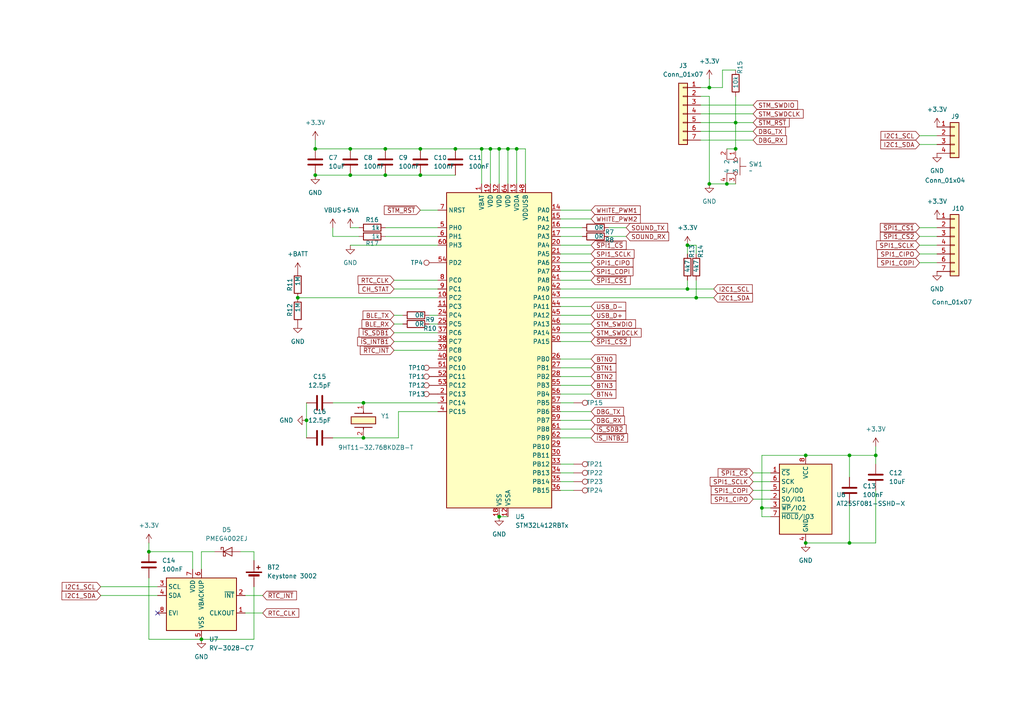
<source format=kicad_sch>
(kicad_sch (version 20250114) (generator "eeschema") (generator_version "9.0")
  (paper "A4")
  (lib_symbols
    (symbol "Connector:TestPoint" (pin_numbers (hide yes)) (pin_names (offset 0.762) (hide yes))
      (property "Reference" "TP" (at 0 6.858 0))
      (property "Value" "TestPoint" (at 0 5.08 0))
      (symbol "TestPoint_0_1"
        (circle (center 0 3.302) (radius 0.762))
      )
      (symbol "TestPoint_1_1"
        (pin passive line (at 0 0 90) (length 2.54) (name "1") (number "1"))
      )
    )
    (symbol "Connector_Generic:Conn_01x04" (pin_names (offset 1.016) (hide yes))
      (property "Reference" "J" (at 0 5.08 0))
      (property "Value" "Conn_01x04" (at 0 -7.62 0))
      (symbol "Conn_01x04_1_1"
        (rectangle (start -1.27 3.81) (end 1.27 -6.35) (stroke (width 0.254)) (fill (type background)))
        (rectangle (start -1.27 2.667) (end 0 2.413) (stroke (width 0.1524)))
        (rectangle (start -1.27 0.127) (end 0 -0.127) (stroke (width 0.1524)))
        (rectangle (start -1.27 -2.413) (end 0 -2.667) (stroke (width 0.1524)))
        (rectangle (start -1.27 -4.953) (end 0 -5.207) (stroke (width 0.1524)))
        (pin passive line (at -5.08 2.54 0) (length 3.81) (name "Pin_1") (number "1"))
        (pin passive line (at -5.08 0 0) (length 3.81) (name "Pin_2") (number "2"))
        (pin passive line (at -5.08 -2.54 0) (length 3.81) (name "Pin_3") (number "3"))
        (pin passive line (at -5.08 -5.08 0) (length 3.81) (name "Pin_4") (number "4"))
      )
    )
    (symbol "Connector_Generic:Conn_01x07" (pin_names (offset 1.016) (hide yes))
      (property "Reference" "J" (at 0 10.16 0))
      (property "Value" "Conn_01x07" (at 0 -10.16 0))
      (symbol "Conn_01x07_1_1"
        (rectangle (start -1.27 8.89) (end 1.27 -8.89) (stroke (width 0.254)) (fill (type background)))
        (rectangle (start -1.27 7.747) (end 0 7.493) (stroke (width 0.1524)))
        (rectangle (start -1.27 5.207) (end 0 4.953) (stroke (width 0.1524)))
        (rectangle (start -1.27 2.667) (end 0 2.413) (stroke (width 0.1524)))
        (rectangle (start -1.27 0.127) (end 0 -0.127) (stroke (width 0.1524)))
        (rectangle (start -1.27 -2.413) (end 0 -2.667) (stroke (width 0.1524)))
        (rectangle (start -1.27 -4.953) (end 0 -5.207) (stroke (width 0.1524)))
        (rectangle (start -1.27 -7.493) (end 0 -7.747) (stroke (width 0.1524)))
        (pin passive line (at -5.08 7.62 0) (length 3.81) (name "Pin_1") (number "1"))
        (pin passive line (at -5.08 5.08 0) (length 3.81) (name "Pin_2") (number "2"))
        (pin passive line (at -5.08 2.54 0) (length 3.81) (name "Pin_3") (number "3"))
        (pin passive line (at -5.08 0 0) (length 3.81) (name "Pin_4") (number "4"))
        (pin passive line (at -5.08 -2.54 0) (length 3.81) (name "Pin_5") (number "5"))
        (pin passive line (at -5.08 -5.08 0) (length 3.81) (name "Pin_6") (number "6"))
        (pin passive line (at -5.08 -7.62 0) (length 3.81) (name "Pin_7") (number "7"))
      )
    )
    (symbol "Device:Battery_Cell" (pin_numbers (hide yes)) (pin_names (offset 0) (hide yes))
      (property "Reference" "BT" (at 2.54 2.54 0))
      (property "Value" "Battery_Cell" (at 2.54 0 0))
      (symbol "Battery_Cell_0_1"
        (rectangle (start -2.286 1.778) (end 2.286 1.524) (fill (type outline)))
        (rectangle (start -1.524 1.016) (end 1.524 0.508) (fill (type outline)))
        (polyline (pts (xy 0 1.778) (xy 0 2.54)))
        (polyline (pts (xy 0 0.762) (xy 0 0)))
        (polyline (pts (xy 0.762 3.048) (xy 1.778 3.048)) (stroke (width 0.254)))
        (polyline (pts (xy 1.27 3.556) (xy 1.27 2.54)) (stroke (width 0.254)))
      )
      (symbol "Battery_Cell_1_1"
        (pin passive line (at 0 5.08 270) (length 2.54) (name "+") (number "1"))
        (pin passive line (at 0 -2.54 90) (length 2.54) (name "-") (number "2"))
      )
    )
    (symbol "Device:C" (pin_numbers (hide yes)) (pin_names (offset 0.254))
      (property "Reference" "C" (at 0.635 2.54 0))
      (property "Value" "C" (at 0.635 -2.54 0))
      (symbol "C_0_1"
        (polyline (pts (xy -2.032 0.762) (xy 2.032 0.762)) (stroke (width 0.508)))
        (polyline (pts (xy -2.032 -0.762) (xy 2.032 -0.762)) (stroke (width 0.508)))
      )
      (symbol "C_1_1"
        (pin passive line (at 0 3.81 270) (length 2.794) (name "~") (number "1"))
        (pin passive line (at 0 -3.81 90) (length 2.794) (name "~") (number "2"))
      )
    )
    (symbol "Device:R" (pin_numbers (hide yes)) (pin_names (offset 0))
      (property "Reference" "R" (at 2.032 0 90))
      (property "Value" "R" (at 0 0 90))
      (symbol "R_0_1"
        (rectangle (start -1.016 -2.54) (end 1.016 2.54) (stroke (width 0.254)))
      )
      (symbol "R_1_1"
        (pin passive line (at 0 3.81 270) (length 1.27) (name "~") (number "1"))
        (pin passive line (at 0 -3.81 90) (length 1.27) (name "~") (number "2"))
      )
    )
    (symbol "Diode:PMEG4002EJ" (pin_numbers (hide yes)) (pin_names (hide yes))
      (property "Reference" "D" (at 0 2.54 0))
      (property "Value" "PMEG4002EJ" (at 0 -2.54 0))
      (symbol "PMEG4002EJ_0_1"
        (polyline (pts (xy -1.905 0.635) (xy -1.905 1.27) (xy -1.27 1.27) (xy -1.27 -1.27) (xy -0.635 -1.27) (xy -0.635 -0.635)) (stroke (width 0.2032)))
        (polyline (pts (xy 1.27 1.27) (xy 1.27 -1.27) (xy -1.27 0) (xy 1.27 1.27)) (stroke (width 0.2032)))
        (polyline (pts (xy 1.27 0) (xy -1.27 0)))
      )
      (symbol "PMEG4002EJ_1_1"
        (pin passive line (at -3.81 0 0) (length 2.54) (name "K") (number "1"))
        (pin passive line (at 3.81 0 180) (length 2.54) (name "A") (number "2"))
      )
    )
    (symbol "MCU_ST_STM32L4:STM32L412RBTx"
      (property "Reference" "U" (at -15.24 46.99 0))
      (property "Value" "STM32L412RBTx" (at 10.16 46.99 0))
      (symbol "STM32L412RBTx_0_1"
        (rectangle (start -15.24 -45.72) (end 15.24 45.72) (stroke (width 0.254)) (fill (type background)))
      )
      (symbol "STM32L412RBTx_1_1"
        (pin input line (at -17.78 40.64 0) (length 2.54) (name "NRST") (number "7"))
        (pin bidirectional line (at -17.78 35.56 0) (length 2.54) (name "PH0") (number "5"))
        (pin bidirectional line (at -17.78 33.02 0) (length 2.54) (name "PH1") (number "6"))
        (pin bidirectional line (at -17.78 30.48 0) (length 2.54) (name "PH3") (number "60"))
        (pin bidirectional line (at -17.78 25.4 0) (length 2.54) (name "PD2") (number "54"))
        (pin bidirectional line (at -17.78 20.32 0) (length 2.54) (name "PC0") (number "8"))
        (pin bidirectional line (at -17.78 17.78 0) (length 2.54) (name "PC1") (number "9"))
        (pin bidirectional line (at -17.78 15.24 0) (length 2.54) (name "PC2") (number "10"))
        (pin bidirectional line (at -17.78 12.7 0) (length 2.54) (name "PC3") (number "11"))
        (pin bidirectional line (at -17.78 10.16 0) (length 2.54) (name "PC4") (number "24"))
        (pin bidirectional line (at -17.78 7.62 0) (length 2.54) (name "PC5") (number "25"))
        (pin bidirectional line (at -17.78 5.08 0) (length 2.54) (name "PC6") (number "37"))
        (pin bidirectional line (at -17.78 2.54 0) (length 2.54) (name "PC7") (number "38"))
        (pin bidirectional line (at -17.78 0 0) (length 2.54) (name "PC8") (number "39"))
        (pin bidirectional line (at -17.78 -2.54 0) (length 2.54) (name "PC9") (number "40"))
        (pin bidirectional line (at -17.78 -5.08 0) (length 2.54) (name "PC10") (number "51"))
        (pin bidirectional line (at -17.78 -7.62 0) (length 2.54) (name "PC11") (number "52"))
        (pin bidirectional line (at -17.78 -10.16 0) (length 2.54) (name "PC12") (number "53"))
        (pin bidirectional line (at -17.78 -12.7 0) (length 2.54) (name "PC13") (number "2"))
        (pin bidirectional line (at -17.78 -15.24 0) (length 2.54) (name "PC14") (number "3"))
        (pin bidirectional line (at -17.78 -17.78 0) (length 2.54) (name "PC15") (number "4"))
        (pin power_in line (at -5.08 48.26 270) (length 2.54) (name "VBAT") (number "1"))
        (pin power_in line (at -2.54 48.26 270) (length 2.54) (name "VDD") (number "19"))
        (pin power_in line (at 0 48.26 270) (length 2.54) (name "VDD") (number "32"))
        (pin power_in line (at 0 -48.26 90) (length 2.54) (name "VSS") (number "18"))
        (pin passive line (at 0 -48.26 90) (length 2.54) (hide yes) (name "VSS") (number "31"))
        (pin passive line (at 0 -48.26 90) (length 2.54) (hide yes) (name "VSS") (number "47"))
        (pin passive line (at 0 -48.26 90) (length 2.54) (hide yes) (name "VSS") (number "63"))
        (pin power_in line (at 2.54 48.26 270) (length 2.54) (name "VDD") (number "64"))
        (pin power_in line (at 2.54 -48.26 90) (length 2.54) (name "VSSA") (number "12"))
        (pin power_in line (at 5.08 48.26 270) (length 2.54) (name "VDDA") (number "13"))
        (pin power_in line (at 7.62 48.26 270) (length 2.54) (name "VDDUSB") (number "48"))
        (pin bidirectional line (at 17.78 40.64 180) (length 2.54) (name "PA0") (number "14"))
        (pin bidirectional line (at 17.78 38.1 180) (length 2.54) (name "PA1") (number "15"))
        (pin bidirectional line (at 17.78 35.56 180) (length 2.54) (name "PA2") (number "16"))
        (pin bidirectional line (at 17.78 33.02 180) (length 2.54) (name "PA3") (number "17"))
        (pin bidirectional line (at 17.78 30.48 180) (length 2.54) (name "PA4") (number "20"))
        (pin bidirectional line (at 17.78 27.94 180) (length 2.54) (name "PA5") (number "21"))
        (pin bidirectional line (at 17.78 25.4 180) (length 2.54) (name "PA6") (number "22"))
        (pin bidirectional line (at 17.78 22.86 180) (length 2.54) (name "PA7") (number "23"))
        (pin bidirectional line (at 17.78 20.32 180) (length 2.54) (name "PA8") (number "41"))
        (pin bidirectional line (at 17.78 17.78 180) (length 2.54) (name "PA9") (number "42"))
        (pin bidirectional line (at 17.78 15.24 180) (length 2.54) (name "PA10") (number "43"))
        (pin bidirectional line (at 17.78 12.7 180) (length 2.54) (name "PA11") (number "44"))
        (pin bidirectional line (at 17.78 10.16 180) (length 2.54) (name "PA12") (number "45"))
        (pin bidirectional line (at 17.78 7.62 180) (length 2.54) (name "PA13") (number "46"))
        (pin bidirectional line (at 17.78 5.08 180) (length 2.54) (name "PA14") (number "49"))
        (pin bidirectional line (at 17.78 2.54 180) (length 2.54) (name "PA15") (number "50"))
        (pin bidirectional line (at 17.78 -2.54 180) (length 2.54) (name "PB0") (number "26"))
        (pin bidirectional line (at 17.78 -5.08 180) (length 2.54) (name "PB1") (number "27"))
        (pin bidirectional line (at 17.78 -7.62 180) (length 2.54) (name "PB2") (number "28"))
        (pin bidirectional line (at 17.78 -10.16 180) (length 2.54) (name "PB3") (number "55"))
        (pin bidirectional line (at 17.78 -12.7 180) (length 2.54) (name "PB4") (number "56"))
        (pin bidirectional line (at 17.78 -15.24 180) (length 2.54) (name "PB5") (number "57"))
        (pin bidirectional line (at 17.78 -17.78 180) (length 2.54) (name "PB6") (number "58"))
        (pin bidirectional line (at 17.78 -20.32 180) (length 2.54) (name "PB7") (number "59"))
        (pin bidirectional line (at 17.78 -22.86 180) (length 2.54) (name "PB8") (number "61"))
        (pin bidirectional line (at 17.78 -25.4 180) (length 2.54) (name "PB9") (number "62"))
        (pin bidirectional line (at 17.78 -27.94 180) (length 2.54) (name "PB10") (number "29"))
        (pin bidirectional line (at 17.78 -30.48 180) (length 2.54) (name "PB11") (number "30"))
        (pin bidirectional line (at 17.78 -33.02 180) (length 2.54) (name "PB12") (number "33"))
        (pin bidirectional line (at 17.78 -35.56 180) (length 2.54) (name "PB13") (number "34"))
        (pin bidirectional line (at 17.78 -38.1 180) (length 2.54) (name "PB14") (number "35"))
        (pin bidirectional line (at 17.78 -40.64 180) (length 2.54) (name "PB15") (number "36"))
      )
    )
    (symbol "Memory_Flash:AT25SF081-SSHD-X"
      (property "Reference" "U" (at -6.35 11.43 0))
      (property "Value" "AT25SF081-SSHD-X" (at 11.43 11.43 0))
      (symbol "AT25SF081-SSHD-X_0_1"
        (rectangle (start -7.62 10.16) (end 7.62 -10.16) (stroke (width 0.254)) (fill (type background)))
      )
      (symbol "AT25SF081-SSHD-X_1_1"
        (pin input line (at -10.16 7.62 0) (length 2.54) (name "~{CS}") (number "1"))
        (pin input line (at -10.16 5.08 0) (length 2.54) (name "SCK") (number "6"))
        (pin bidirectional line (at -10.16 2.54 0) (length 2.54) (name "SI/IO0") (number "5"))
        (pin bidirectional line (at -10.16 0 0) (length 2.54) (name "SO/IO1") (number "2"))
        (pin bidirectional line (at -10.16 -2.54 0) (length 2.54) (name "~{WP}/IO2") (number "3"))
        (pin bidirectional line (at -10.16 -5.08 0) (length 2.54) (name "~{HOLD}/IO3") (number "7"))
        (pin power_in line (at 0 12.7 270) (length 2.54) (name "VCC") (number "8"))
        (pin power_in line (at 0 -12.7 90) (length 2.54) (name "GND") (number "4"))
      )
    )
    (symbol "Timer_RTC:RV-3028-C7"
      (property "Reference" "U" (at -8.89 8.89 0))
      (property "Value" "RV-3028-C7" (at 7.62 8.89 0))
      (symbol "RV-3028-C7_0_1"
        (rectangle (start -10.16 7.62) (end 10.16 -7.62) (stroke (width 0.254)) (fill (type background)))
      )
      (symbol "RV-3028-C7_1_1"
        (pin input line (at -12.7 5.08 0) (length 2.54) (name "SCL") (number "3"))
        (pin bidirectional line (at -12.7 2.54 0) (length 2.54) (name "SDA") (number "4"))
        (pin input line (at -12.7 -2.54 0) (length 2.54) (name "EVI") (number "8"))
        (pin power_in line (at -2.54 10.16 270) (length 2.54) (name "VDD") (number "7"))
        (pin power_in line (at 0 10.16 270) (length 2.54) (name "VBACKUP") (number "6"))
        (pin power_in line (at 0 -10.16 90) (length 2.54) (name "VSS") (number "5"))
        (pin open_collector line (at 12.7 2.54 180) (length 2.54) (name "~{INT}") (number "2"))
        (pin output line (at 12.7 -2.54 180) (length 2.54) (name "CLKOUT") (number "1"))
      )
    )
    (symbol "lighthouse1:9HT11-32.768KDZB-T" (pin_names (hide yes))
      (property "Reference" "Y" (at 8.89 6.35 0))
      (property "Value" "9HT11-32.768KDZB-T" (at 8.89 3.81 0))
      (symbol "9HT11-32.768KDZB-T_1_1"
        (polyline (pts (xy 3.048 2.54) (xy 3.048 -2.54)) (stroke (width 0.254)))
        (polyline (pts (xy 3.048 0) (xy 2.54 0)) (stroke (width 0.254)))
        (rectangle (start 4.064 3.556) (end 6.096 -3.556) (stroke (width 0.254)) (fill (type background)))
        (polyline (pts (xy 7.112 2.54) (xy 7.112 -2.54)) (stroke (width 0.254)))
        (polyline (pts (xy 7.112 0) (xy 7.62 0)) (stroke (width 0.254)))
        (pin passive line (at 0 0 0) (length 2.54) (name "1") (number "1"))
        (pin passive line (at 10.16 0 180) (length 2.54) (name "2") (number "2"))
      )
    )
    (symbol "lighthouse1:SW_PTS5236"
      (property "Reference" "SW1" (at -0.6351 -1.27 90))
      (property "Value" "~" (at 1.27 -1.27 90))
      (symbol "SW_PTS5236_0_1"
        (polyline (pts (xy -2.54 -7.62) (xy -2.032 -7.62)))
        (circle (center -2.032 -5.08) (radius 0.508))
        (polyline (pts (xy -2.032 -5.588) (xy -2.032 -7.62)))
        (polyline (pts (xy 0 -3.81) (xy 0 -2.032)))
        (circle (center 2.032 -5.08) (radius 0.508))
        (polyline (pts (xy 2.032 -5.588) (xy 2.032 -7.62)))
        (polyline (pts (xy 2.54 -3.81) (xy -2.54 -3.81)))
        (polyline (pts (xy 2.54 -7.62) (xy 2.032 -7.62)))
        (pin passive line (at -5.08 -5.08 0) (length 2.54) (name "1") (number "1"))
      )
      (symbol "SW_PTS5236_1_1"
        (pin passive line (at -5.08 -7.62 0) (length 2.54) (name "2") (number "2"))
        (pin passive line (at 5.08 -5.08 180) (length 2.54) (name "3") (number "3"))
        (pin passive line (at 5.08 -7.62 180) (length 2.54) (name "4") (number "4"))
      )
    )
    (symbol "power:+3.3V" (power) (pin_numbers (hide yes)) (pin_names (offset 0) (hide yes))
      (property "Value" "+3.3V" (at 0 3.556 0))
      (symbol "+3.3V_0_1"
        (polyline (pts (xy -0.762 1.27) (xy 0 2.54)))
        (polyline (pts (xy 0 2.54) (xy 0.762 1.27)))
        (polyline (pts (xy 0 0) (xy 0 2.54)))
      )
      (symbol "+3.3V_1_1"
        (pin power_in line (at 0 0 90) (length 0) (name "~") (number "1"))
      )
    )
    (symbol "power:+5VA" (power) (pin_numbers (hide yes)) (pin_names (offset 0) (hide yes))
      (property "Value" "+5VA" (at 0 3.556 0))
      (symbol "+5VA_0_1"
        (polyline (pts (xy -0.762 1.27) (xy 0 2.54)))
        (polyline (pts (xy 0 2.54) (xy 0.762 1.27)))
        (polyline (pts (xy 0 0) (xy 0 2.54)))
      )
      (symbol "+5VA_1_1"
        (pin power_in line (at 0 0 90) (length 0) (name "~") (number "1"))
      )
    )
    (symbol "power:+BATT" (power) (pin_numbers (hide yes)) (pin_names (offset 0) (hide yes))
      (property "Value" "+BATT" (at 0 3.556 0))
      (symbol "+BATT_0_1"
        (polyline (pts (xy -0.762 1.27) (xy 0 2.54)))
        (polyline (pts (xy 0 2.54) (xy 0.762 1.27)))
        (polyline (pts (xy 0 0) (xy 0 2.54)))
      )
      (symbol "+BATT_1_1"
        (pin power_in line (at 0 0 90) (length 0) (name "~") (number "1"))
      )
    )
    (symbol "power:GND" (power) (pin_numbers (hide yes)) (pin_names (offset 0) (hide yes))
      (property "Value" "GND" (at 0 -3.81 0))
      (symbol "GND_0_1"
        (polyline (pts (xy 0 0) (xy 0 -1.27) (xy 1.27 -1.27) (xy 0 -2.54) (xy -1.27 -1.27) (xy 0 -1.27)))
      )
      (symbol "GND_1_1"
        (pin power_in line (at 0 0 270) (length 0) (name "~") (number "1"))
      )
    )
    (symbol "power:VBUS" (power) (pin_numbers (hide yes)) (pin_names (offset 0) (hide yes))
      (property "Value" "VBUS" (at 0 3.556 0))
      (symbol "VBUS_0_1"
        (polyline (pts (xy -0.762 1.27) (xy 0 2.54)))
        (polyline (pts (xy 0 2.54) (xy 0.762 1.27)))
        (polyline (pts (xy 0 0) (xy 0 2.54)))
      )
      (symbol "VBUS_1_1"
        (pin power_in line (at 0 0 90) (length 0) (name "~") (number "1"))
      )
    )
  )
  (junction (at 199.39 71.12))
  (junction (at 220.98 147.32))
  (junction (at 91.44 50.8))
  (junction (at 205.74 53.34))
  (junction (at 43.18 160.02))
  (junction (at 149.86 43.18))
  (junction (at 111.76 43.18))
  (junction (at 86.36 86.36))
  (junction (at 101.6 43.18))
  (junction (at 233.68 157.48))
  (junction (at 121.92 43.18))
  (junction (at 132.08 43.18))
  (junction (at 199.39 83.82))
  (junction (at 121.92 50.8))
  (junction (at 233.68 132.08))
  (junction (at 254 132.08))
  (junction (at 58.42 185.42))
  (junction (at 105.41 127))
  (junction (at 144.78 149.86))
  (junction (at 213.36 43.18))
  (junction (at 246.38 132.08))
  (junction (at 144.78 43.18))
  (junction (at 213.36 35.56))
  (junction (at 210.82 53.34))
  (junction (at 111.76 50.8))
  (junction (at 91.44 43.18))
  (junction (at 88.9 121.92))
  (junction (at 201.93 86.36))
  (junction (at 205.74 25.4))
  (junction (at 105.41 116.84))
  (junction (at 101.6 50.8))
  (junction (at 142.24 43.18))
  (junction (at 147.32 43.18))
  (junction (at 139.7 43.18))
  (junction (at 246.38 157.48))
  (no_connect (at 45.72 177.8))
  (wire (pts (xy 246.38 157.48) (xy 254 157.48)))
  (wire (pts (xy 162.56 109.22) (xy 171.45 109.22)))
  (wire (pts (xy 142.24 43.18) (xy 142.24 53.34)))
  (wire (pts (xy 114.3 91.44) (xy 116.84 91.44)))
  (wire (pts (xy 162.56 83.82) (xy 199.39 83.82)))
  (wire (pts (xy 162.56 99.06) (xy 171.45 99.06)))
  (wire (pts (xy 111.76 50.8) (xy 121.92 50.8)))
  (wire (pts (xy 71.12 172.72) (xy 76.2 172.72)))
  (wire (pts (xy 162.56 106.68) (xy 171.45 106.68)))
  (wire (pts (xy 254 132.08) (xy 254 134.62)))
  (wire (pts (xy 101.6 43.18) (xy 111.76 43.18)))
  (wire (pts (xy 114.3 83.82) (xy 127 83.82)))
  (wire (pts (xy 162.56 91.44) (xy 171.45 91.44)))
  (wire (pts (xy 210.82 43.18) (xy 213.36 43.18)))
  (wire (pts (xy 205.74 22.86) (xy 205.74 25.4)))
  (wire (pts (xy 115.57 127) (xy 115.57 119.38)))
  (wire (pts (xy 166.37 134.62) (xy 162.56 134.62)))
  (wire (pts (xy 203.2 35.56) (xy 213.36 35.56)))
  (wire (pts (xy 43.18 157.48) (xy 43.18 160.02)))
  (wire (pts (xy 147.32 43.18) (xy 149.86 43.18)))
  (wire (pts (xy 199.39 81.28) (xy 199.39 83.82)))
  (wire (pts (xy 254 129.54) (xy 254 132.08)))
  (wire (pts (xy 121.92 60.96) (xy 127 60.96)))
  (wire (pts (xy 91.44 50.8) (xy 101.6 50.8)))
  (wire (pts (xy 181.61 68.58) (xy 176.53 68.58)))
  (wire (pts (xy 111.76 66.04) (xy 127 66.04)))
  (wire (pts (xy 266.7 73.66) (xy 271.78 73.66)))
  (wire (pts (xy 114.3 96.52) (xy 127 96.52)))
  (wire (pts (xy 203.2 38.1) (xy 218.44 38.1)))
  (wire (pts (xy 139.7 43.18) (xy 139.7 53.34)))
  (wire (pts (xy 220.98 132.08) (xy 233.68 132.08)))
  (wire (pts (xy 111.76 43.18) (xy 121.92 43.18)))
  (wire (pts (xy 127 71.12) (xy 101.6 71.12)))
  (wire (pts (xy 271.78 39.37) (xy 266.7 39.37)))
  (wire (pts (xy 162.56 111.76) (xy 171.45 111.76)))
  (wire (pts (xy 91.44 40.64) (xy 91.44 43.18)))
  (wire (pts (xy 162.56 121.92) (xy 171.45 121.92)))
  (wire (pts (xy 144.78 43.18) (xy 144.78 53.34)))
  (wire (pts (xy 73.66 160.02) (xy 73.66 162.56)))
  (wire (pts (xy 203.2 30.48) (xy 218.44 30.48)))
  (wire (pts (xy 152.4 53.34) (xy 152.4 43.18)))
  (wire (pts (xy 181.61 66.04) (xy 176.53 66.04)))
  (wire (pts (xy 121.92 43.18) (xy 132.08 43.18)))
  (wire (pts (xy 124.46 91.44) (xy 127 91.44)))
  (wire (pts (xy 246.38 146.05) (xy 246.38 157.48)))
  (wire (pts (xy 114.3 101.6) (xy 127 101.6)))
  (wire (pts (xy 203.2 25.4) (xy 205.74 25.4)))
  (wire (pts (xy 58.42 160.02) (xy 62.23 160.02)))
  (wire (pts (xy 213.36 43.18) (xy 213.36 35.56)))
  (wire (pts (xy 115.57 119.38) (xy 127 119.38)))
  (wire (pts (xy 266.7 68.58) (xy 271.78 68.58)))
  (wire (pts (xy 43.18 167.64) (xy 43.18 185.42)))
  (wire (pts (xy 266.7 76.2) (xy 271.78 76.2)))
  (wire (pts (xy 162.56 78.74) (xy 171.45 78.74)))
  (wire (pts (xy 201.93 81.28) (xy 201.93 86.36)))
  (wire (pts (xy 73.66 185.42) (xy 73.66 170.18)))
  (wire (pts (xy 91.44 43.18) (xy 101.6 43.18)))
  (wire (pts (xy 166.37 139.7) (xy 162.56 139.7)))
  (wire (pts (xy 246.38 132.08) (xy 254 132.08)))
  (wire (pts (xy 166.37 137.16) (xy 162.56 137.16)))
  (wire (pts (xy 162.56 68.58) (xy 168.91 68.58)))
  (wire (pts (xy 86.36 86.36) (xy 127 86.36)))
  (wire (pts (xy 71.12 177.8) (xy 76.2 177.8)))
  (wire (pts (xy 220.98 147.32) (xy 220.98 132.08)))
  (wire (pts (xy 205.74 27.94) (xy 205.74 53.34)))
  (wire (pts (xy 142.24 43.18) (xy 144.78 43.18)))
  (wire (pts (xy 203.2 40.64) (xy 218.44 40.64)))
  (wire (pts (xy 220.98 147.32) (xy 223.52 147.32)))
  (wire (pts (xy 220.98 149.86) (xy 220.98 147.32)))
  (wire (pts (xy 209.55 25.4) (xy 209.55 20.32)))
  (wire (pts (xy 144.78 43.18) (xy 147.32 43.18)))
  (wire (pts (xy 144.78 149.86) (xy 147.32 149.86)))
  (wire (pts (xy 171.45 124.46) (xy 162.56 124.46)))
  (wire (pts (xy 149.86 43.18) (xy 149.86 53.34)))
  (wire (pts (xy 223.52 149.86) (xy 220.98 149.86)))
  (wire (pts (xy 271.78 66.04) (xy 266.7 66.04)))
  (wire (pts (xy 58.42 165.1) (xy 58.42 160.02)))
  (wire (pts (xy 199.39 71.12) (xy 201.93 71.12)))
  (wire (pts (xy 213.36 27.94) (xy 213.36 35.56)))
  (wire (pts (xy 88.9 116.84) (xy 88.9 121.92)))
  (wire (pts (xy 162.56 119.38) (xy 171.45 119.38)))
  (wire (pts (xy 43.18 160.02) (xy 55.88 160.02)))
  (wire (pts (xy 162.56 60.96) (xy 171.45 60.96)))
  (wire (pts (xy 233.68 157.48) (xy 246.38 157.48)))
  (wire (pts (xy 162.56 104.14) (xy 171.45 104.14)))
  (wire (pts (xy 162.56 63.5) (xy 171.45 63.5)))
  (wire (pts (xy 121.92 50.8) (xy 132.08 50.8)))
  (wire (pts (xy 114.3 93.98) (xy 116.84 93.98)))
  (wire (pts (xy 127 68.58) (xy 111.76 68.58)))
  (wire (pts (xy 271.78 71.12) (xy 266.7 71.12)))
  (wire (pts (xy 104.14 68.58) (xy 96.52 68.58)))
  (wire (pts (xy 199.39 71.12) (xy 199.39 73.66)))
  (wire (pts (xy 88.9 121.92) (xy 88.9 127)))
  (wire (pts (xy 207.01 86.36) (xy 201.93 86.36)))
  (wire (pts (xy 166.37 142.24) (xy 162.56 142.24)))
  (wire (pts (xy 205.74 25.4) (xy 209.55 25.4)))
  (wire (pts (xy 58.42 185.42) (xy 73.66 185.42)))
  (wire (pts (xy 218.44 144.78) (xy 223.52 144.78)))
  (wire (pts (xy 218.44 137.16) (xy 223.52 137.16)))
  (wire (pts (xy 201.93 73.66) (xy 201.93 71.12)))
  (wire (pts (xy 233.68 132.08) (xy 246.38 132.08)))
  (wire (pts (xy 152.4 43.18) (xy 149.86 43.18)))
  (wire (pts (xy 105.41 127) (xy 115.57 127)))
  (wire (pts (xy 210.82 53.34) (xy 213.36 53.34)))
  (wire (pts (xy 162.56 88.9) (xy 171.45 88.9)))
  (wire (pts (xy 218.44 142.24) (xy 223.52 142.24)))
  (wire (pts (xy 162.56 66.04) (xy 168.91 66.04)))
  (wire (pts (xy 29.21 172.72) (xy 45.72 172.72)))
  (wire (pts (xy 266.7 41.91) (xy 271.78 41.91)))
  (wire (pts (xy 132.08 43.18) (xy 139.7 43.18)))
  (wire (pts (xy 218.44 139.7) (xy 223.52 139.7)))
  (wire (pts (xy 147.32 43.18) (xy 147.32 53.34)))
  (wire (pts (xy 162.56 93.98) (xy 171.45 93.98)))
  (wire (pts (xy 101.6 66.04) (xy 104.14 66.04)))
  (wire (pts (xy 55.88 165.1) (xy 55.88 160.02)))
  (wire (pts (xy 105.41 116.84) (xy 127 116.84)))
  (wire (pts (xy 96.52 68.58) (xy 96.52 66.04)))
  (wire (pts (xy 207.01 83.82) (xy 199.39 83.82)))
  (wire (pts (xy 29.21 170.18) (xy 45.72 170.18)))
  (wire (pts (xy 96.52 116.84) (xy 105.41 116.84)))
  (wire (pts (xy 213.36 35.56) (xy 218.44 35.56)))
  (wire (pts (xy 203.2 33.02) (xy 218.44 33.02)))
  (wire (pts (xy 114.3 81.28) (xy 127 81.28)))
  (wire (pts (xy 124.46 93.98) (xy 127 93.98)))
  (wire (pts (xy 69.85 160.02) (xy 73.66 160.02)))
  (wire (pts (xy 162.56 71.12) (xy 171.45 71.12)))
  (wire (pts (xy 162.56 76.2) (xy 171.45 76.2)))
  (wire (pts (xy 203.2 27.94) (xy 205.74 27.94)))
  (wire (pts (xy 162.56 114.3) (xy 171.45 114.3)))
  (wire (pts (xy 162.56 86.36) (xy 201.93 86.36)))
  (wire (pts (xy 166.37 116.84) (xy 162.56 116.84)))
  (wire (pts (xy 43.18 185.42) (xy 58.42 185.42)))
  (wire (pts (xy 205.74 53.34) (xy 210.82 53.34)))
  (wire (pts (xy 162.56 73.66) (xy 171.45 73.66)))
  (wire (pts (xy 101.6 50.8) (xy 111.76 50.8)))
  (wire (pts (xy 139.7 43.18) (xy 142.24 43.18)))
  (wire (pts (xy 246.38 132.08) (xy 246.38 138.43)))
  (wire (pts (xy 162.56 81.28) (xy 171.45 81.28)))
  (wire (pts (xy 209.55 20.32) (xy 213.36 20.32)))
  (wire (pts (xy 254 142.24) (xy 254 157.48)))
  (wire (pts (xy 162.56 96.52) (xy 171.45 96.52)))
  (wire (pts (xy 114.3 99.06) (xy 127 99.06)))
  (wire (pts (xy 96.52 127) (xy 105.41 127)))
  (wire (pts (xy 171.45 127) (xy 162.56 127)))
  (global_label "~{IS_INTB2}" (shape input) (at 171.45 127 0) (property "Intersheetrefs" "${INTERSHEET_REFS}" (effects (hide yes))))
  (global_label "~{IS_SDB2}" (shape input) (at 171.45 124.46 0) (property "Intersheetrefs" "${INTERSHEET_REFS}" (effects (hide yes))))
  (global_label "I2C1_SCL" (shape input) (at 29.21 170.18 180) (property "Intersheetrefs" "${INTERSHEET_REFS}" (effects (hide yes))))
  (global_label "~{RTC_INT}" (shape input) (at 114.3 101.6 180) (property "Intersheetrefs" "${INTERSHEET_REFS}" (effects (hide yes))))
  (global_label "RTC_CLK" (shape input) (at 114.3 81.28 180) (property "Intersheetrefs" "${INTERSHEET_REFS}" (effects (hide yes))))
  (global_label "SOUND_RX" (shape input) (at 181.61 68.58 0) (property "Intersheetrefs" "${INTERSHEET_REFS}" (effects (hide yes))))
  (global_label "SPI1_CIPO" (shape input) (at 218.44 144.78 180) (property "Intersheetrefs" "${INTERSHEET_REFS}" (effects (hide yes))))
  (global_label "SOUND_TX" (shape input) (at 181.61 66.04 0) (property "Intersheetrefs" "${INTERSHEET_REFS}" (effects (hide yes))))
  (global_label "BTN4" (shape input) (at 171.45 114.3 0) (property "Intersheetrefs" "${INTERSHEET_REFS}" (effects (hide yes))))
  (global_label "DBG_RX" (shape input) (at 171.45 121.92 0) (property "Intersheetrefs" "${INTERSHEET_REFS}" (effects (hide yes))))
  (global_label "BTN2" (shape input) (at 171.45 109.22 0) (property "Intersheetrefs" "${INTERSHEET_REFS}" (effects (hide yes))))
  (global_label "~{STM_RST}" (shape input) (at 121.92 60.96 180) (property "Intersheetrefs" "${INTERSHEET_REFS}" (effects (hide yes))))
  (global_label "~{RTC_INT}" (shape input) (at 76.2 172.72 0) (property "Intersheetrefs" "${INTERSHEET_REFS}" (effects (hide yes))))
  (global_label "I2C1_SCL" (shape input) (at 207.01 83.82 0) (property "Intersheetrefs" "${INTERSHEET_REFS}" (effects (hide yes))))
  (global_label "~{STM_RST}" (shape input) (at 218.44 35.56 0) (property "Intersheetrefs" "${INTERSHEET_REFS}" (effects (hide yes))))
  (global_label "SPI1_COPI" (shape input) (at 218.44 142.24 180) (property "Intersheetrefs" "${INTERSHEET_REFS}" (effects (hide yes))))
  (global_label "BLE_TX" (shape input) (at 114.3 91.44 180) (property "Intersheetrefs" "${INTERSHEET_REFS}" (effects (hide yes))))
  (global_label "~{SPI1_CS}" (shape input) (at 218.44 137.16 180) (property "Intersheetrefs" "${INTERSHEET_REFS}" (effects (hide yes))))
  (global_label "SPI1_SCLK" (shape input) (at 218.44 139.7 180) (property "Intersheetrefs" "${INTERSHEET_REFS}" (effects (hide yes))))
  (global_label "I2C1_SDA" (shape input) (at 207.01 86.36 0) (property "Intersheetrefs" "${INTERSHEET_REFS}" (effects (hide yes))))
  (global_label "I2C1_SDA" (shape input) (at 29.21 172.72 180) (property "Intersheetrefs" "${INTERSHEET_REFS}" (effects (hide yes))))
  (global_label "~{SPI1_CS2}" (shape input) (at 266.7 68.58 180) (property "Intersheetrefs" "${INTERSHEET_REFS}" (effects (hide yes))))
  (global_label "USB_D+" (shape input) (at 171.45 91.44 0) (property "Intersheetrefs" "${INTERSHEET_REFS}" (effects (hide yes))))
  (global_label "CH_STAT" (shape input) (at 114.3 83.82 180) (property "Intersheetrefs" "${INTERSHEET_REFS}" (effects (hide yes))))
  (global_label "BLE_RX" (shape input) (at 114.3 93.98 180) (property "Intersheetrefs" "${INTERSHEET_REFS}" (effects (hide yes))))
  (global_label "SPI1_CIPO" (shape input) (at 266.7 73.66 180) (property "Intersheetrefs" "${INTERSHEET_REFS}" (effects (hide yes))))
  (global_label "I2C1_SCL" (shape input) (at 266.7 39.37 180) (property "Intersheetrefs" "${INTERSHEET_REFS}" (effects (hide yes))))
  (global_label "SPI1_CIPO" (shape input) (at 171.45 76.2 0) (property "Intersheetrefs" "${INTERSHEET_REFS}" (effects (hide yes))))
  (global_label "WHITE_PWM2" (shape input) (at 171.45 63.5 0) (property "Intersheetrefs" "${INTERSHEET_REFS}" (effects (hide yes))))
  (global_label "STM_SWDCLK" (shape input) (at 218.44 33.02 0) (property "Intersheetrefs" "${INTERSHEET_REFS}" (effects (hide yes))))
  (global_label "DBG_TX" (shape input) (at 171.45 119.38 0) (property "Intersheetrefs" "${INTERSHEET_REFS}" (effects (hide yes))))
  (global_label "BTN0" (shape input) (at 171.45 104.14 0) (property "Intersheetrefs" "${INTERSHEET_REFS}" (effects (hide yes))))
  (global_label "USB_D-" (shape input) (at 171.45 88.9 0) (property "Intersheetrefs" "${INTERSHEET_REFS}" (effects (hide yes))))
  (global_label "WHITE_PWM1" (shape input) (at 171.45 60.96 0) (property "Intersheetrefs" "${INTERSHEET_REFS}" (effects (hide yes))))
  (global_label "STM_SWDCLK" (shape input) (at 171.45 96.52 0) (property "Intersheetrefs" "${INTERSHEET_REFS}" (effects (hide yes))))
  (global_label "STM_SWDIO" (shape input) (at 171.45 93.98 0) (property "Intersheetrefs" "${INTERSHEET_REFS}" (effects (hide yes))))
  (global_label "~{SPI1_CS1}" (shape input) (at 171.45 81.28 0) (property "Intersheetrefs" "${INTERSHEET_REFS}" (effects (hide yes))))
  (global_label "~{SPI1_CS1}" (shape input) (at 266.7 66.04 180) (property "Intersheetrefs" "${INTERSHEET_REFS}" (effects (hide yes))))
  (global_label "SPI1_SCLK" (shape input) (at 266.7 71.12 180) (property "Intersheetrefs" "${INTERSHEET_REFS}" (effects (hide yes))))
  (global_label "~{IS_INTB1}" (shape input) (at 114.3 99.06 180) (property "Intersheetrefs" "${INTERSHEET_REFS}" (effects (hide yes))))
  (global_label "STM_SWDIO" (shape input) (at 218.44 30.48 0) (property "Intersheetrefs" "${INTERSHEET_REFS}" (effects (hide yes))))
  (global_label "~{IS_SDB1}" (shape input) (at 114.3 96.52 180) (property "Intersheetrefs" "${INTERSHEET_REFS}" (effects (hide yes))))
  (global_label "SPI1_COPI" (shape input) (at 266.7 76.2 180) (property "Intersheetrefs" "${INTERSHEET_REFS}" (effects (hide yes))))
  (global_label "I2C1_SDA" (shape input) (at 266.7 41.91 180) (property "Intersheetrefs" "${INTERSHEET_REFS}" (effects (hide yes))))
  (global_label "~{SPI1_CS}" (shape input) (at 171.45 71.12 0) (property "Intersheetrefs" "${INTERSHEET_REFS}" (effects (hide yes))))
  (global_label "BTN1" (shape input) (at 171.45 106.68 0) (property "Intersheetrefs" "${INTERSHEET_REFS}" (effects (hide yes))))
  (global_label "SPI1_SCLK" (shape input) (at 171.45 73.66 0) (property "Intersheetrefs" "${INTERSHEET_REFS}" (effects (hide yes))))
  (global_label "RTC_CLK" (shape input) (at 76.2 177.8 0) (property "Intersheetrefs" "${INTERSHEET_REFS}" (effects (hide yes))))
  (global_label "BTN3" (shape input) (at 171.45 111.76 0) (property "Intersheetrefs" "${INTERSHEET_REFS}" (effects (hide yes))))
  (global_label "~{SPI1_CS2}" (shape input) (at 171.45 99.06 0) (property "Intersheetrefs" "${INTERSHEET_REFS}" (effects (hide yes))))
  (global_label "DBG_RX" (shape input) (at 218.44 40.64 0) (property "Intersheetrefs" "${INTERSHEET_REFS}" (effects (hide yes))))
  (global_label "DBG_TX" (shape input) (at 218.44 38.1 0) (property "Intersheetrefs" "${INTERSHEET_REFS}" (effects (hide yes))))
  (global_label "SPI1_COPI" (shape input) (at 171.45 78.74 0) (property "Intersheetrefs" "${INTERSHEET_REFS}" (effects (hide yes))))
  (symbol (lib_id "Device:C") (at 91.44 46.99 0) (unit 1)
    (property "Reference" "C7" (at 95.25 45.7199 0) (effects (justify left)))
    (property "Value" "10uF" (at 95.25 48.2599 0) (effects (justify left)))
    (property "Footprint" "Capacitor_SMD:C_0805_2012Metric_Pad1.18x1.45mm_HandSolder" (effects (hide yes)))
    (property "Description" "Unpolarized capacitor" (effects (hide yes)))
  )
  (symbol (lib_id "Device:R") (at 199.39 77.47 180) (unit 1)
    (property "Reference" "R13" (at 200.66 72.898 90))
    (property "Value" "4k7" (at 199.39 77.216 90))
    (property "Footprint" "Resistor_SMD:R_0603_1608Metric_Pad0.98x0.95mm_HandSolder" (effects (hide yes)))
    (property "Description" "Resistor" (effects (hide yes)))
  )
  (symbol (lib_id "lighthouse1:9HT11-32.768KDZB-T") (at 105.41 116.84 270) (unit 1)
    (property "Reference" "Y1" (at 110.49 120.6499 90) (effects (justify left)))
    (property "Value" "9HT11-32.768KDZB-T" (at 98.044 129.794 90) (effects (justify left)))
    (property "Footprint" "Lighthouse1:9HT1132768KDZBT" (effects (hide yes)))
    (property "Datasheet" "https://componentsearchengine.com/Datasheets/1/9HT11-32.768KDZB-T.pdf" (effects (hide yes)))
    (property "Description" "TXC - 9HT11-32.768KDZB-T - Crystal, 32.768 kHz, SMD, 2mm x 1.2mm, 6 pF, 20 ppm, 9HT11 Series" (effects (hide yes)))
    (property "Height" "0.6" (effects (hide yes)))
    (property "Manufacturer_Name" "TXC CORPORATION" (effects (hide yes)))
    (property "Manufacturer_Part_Number" "9HT11-32.768KDZB-T" (effects (hide yes)))
    (property "Mouser Part Number" "717-9HT11-32.76KDZBT" (effects (hide yes)))
    (property "Mouser Price/Stock" "https://www.mouser.co.uk/ProductDetail/TXC-Corporation/9HT11-32768KDZB-T?qs=%252B4z%252Bl1oDOjQhuT9CioRnFg%3D%3D" (effects (hide yes)))
    (property "Arrow Part Number" "9HT11-32.768KDZB-T" (effects (hide yes)))
    (property "Arrow Price/Stock" "https://www.arrow.com/en/products/9ht11-32.768kdzb-t/txc-corporation?region=nac" (effects (hide yes)))
  )
  (symbol (lib_id "Device:R") (at 120.65 93.98 90) (unit 1)
    (property "Reference" "R10" (at 124.714 95.25 90))
    (property "Value" "0R" (at 121.666 93.98 90))
    (property "Footprint" "Resistor_SMD:R_0603_1608Metric_Pad0.98x0.95mm_HandSolder" (effects (hide yes)))
    (property "Description" "Resistor" (effects (hide yes)))
  )
  (symbol (lib_id "lighthouse1:SW_PTS5236") (at 218.44 48.26 270) (unit 1)
    (property "Reference" "SW1" (at 217.17 47.6249 90) (effects (justify left)))
    (property "Value" "~" (at 217.17 49.53 90) (effects (justify left)))
    (property "Footprint" "lighthouse:PTS526" (effects (hide yes)))
  )
  (symbol (lib_id "Connector:TestPoint") (at 166.37 142.24 270) (unit 1)
    (property "Reference" "TP24" (at 172.466 142.24 90))
    (property "Value" "TestPoint" (effects (hide yes)))
    (property "Footprint" "TestPoint:TestPoint_Pad_D1.0mm" (effects (hide yes)))
    (property "Description" "test point" (effects (hide yes)))
  )
  (symbol (lib_id "power:GND") (at 86.36 93.98 0) (unit 1)
    (property "Reference" "#PWR032" (effects (hide yes)))
    (property "Value" "GND" (at 86.36 99.06 0))
    (property "Description" "Power symbol creates a global label with name \"GND\" , ground" (effects (hide yes)))
  )
  (symbol (lib_id "power:GND") (at 91.44 50.8 0) (unit 1)
    (property "Reference" "#PWR014" (effects (hide yes)))
    (property "Value" "GND" (at 91.44 55.88 0))
    (property "Description" "Power symbol creates a global label with name \"GND\" , ground" (effects (hide yes)))
  )
  (symbol (lib_id "Device:C") (at 132.08 46.99 0) (unit 1)
    (property "Reference" "C11" (at 135.89 45.7199 0) (effects (justify left)))
    (property "Value" "100nF" (at 135.89 48.2599 0) (effects (justify left)))
    (property "Footprint" "Capacitor_SMD:C_0603_1608Metric_Pad1.08x0.95mm_HandSolder" (effects (hide yes)))
    (property "Description" "Unpolarized capacitor" (effects (hide yes)))
  )
  (symbol (lib_id "power:GND") (at 58.42 185.42 0) (unit 1)
    (property "Reference" "#PWR020" (effects (hide yes)))
    (property "Value" "GND" (at 58.42 190.5 0))
    (property "Description" "Power symbol creates a global label with name \"GND\" , ground" (effects (hide yes)))
  )
  (symbol (lib_id "Device:C") (at 254 138.43 0) (unit 1)
    (property "Reference" "C12" (at 257.81 137.1599 0) (effects (justify left)))
    (property "Value" "10uF" (at 257.81 139.6999 0) (effects (justify left)))
    (property "Footprint" "Capacitor_SMD:C_0805_2012Metric_Pad1.18x1.45mm_HandSolder" (effects (hide yes)))
    (property "Description" "Unpolarized capacitor" (effects (hide yes)))
  )
  (symbol (lib_id "Device:C") (at 246.38 142.24 0) (unit 1)
    (property "Reference" "C13" (at 250.19 140.9699 0) (effects (justify left)))
    (property "Value" "100nF" (at 250.19 143.5099 0) (effects (justify left)))
    (property "Footprint" "Capacitor_SMD:C_0603_1608Metric_Pad1.08x0.95mm_HandSolder" (effects (hide yes)))
    (property "Description" "Unpolarized capacitor" (effects (hide yes)))
  )
  (symbol (lib_id "Device:C") (at 121.92 46.99 0) (unit 1)
    (property "Reference" "C10" (at 125.73 45.7199 0) (effects (justify left)))
    (property "Value" "100nF" (at 125.73 48.2599 0) (effects (justify left)))
    (property "Footprint" "Capacitor_SMD:C_0603_1608Metric_Pad1.08x0.95mm_HandSolder" (effects (hide yes)))
    (property "Description" "Unpolarized capacitor" (effects (hide yes)))
  )
  (symbol (lib_id "Diode:PMEG4002EJ") (at 66.04 160.02 0) (unit 1)
    (property "Reference" "D5" (at 65.7225 153.67 0))
    (property "Value" "PMEG4002EJ" (at 65.7225 156.21 0))
    (property "Footprint" "Diode_SMD:D_SOD-323F" (effects (hide yes)))
    (property "Datasheet" "https://assets.nexperia.com/documents/data-sheet/PMEG4002EJ.pdf" (effects (hide yes)))
    (property "Description" "40V, 200mA low Vf MEGA Schottky barrier rectifier, SOD-323F" (effects (hide yes)))
  )
  (symbol (lib_id "Device:R") (at 107.95 66.04 90) (unit 1)
    (property "Reference" "R16" (at 107.95 63.754 90))
    (property "Value" "1k" (at 108.966 66.04 90))
    (property "Footprint" "Resistor_SMD:R_0603_1608Metric_Pad0.98x0.95mm_HandSolder" (effects (hide yes)))
    (property "Description" "Resistor" (effects (hide yes)))
  )
  (symbol (lib_id "power:+3.3V") (at 254 129.54 0) (unit 1)
    (property "Reference" "#PWR016" (effects (hide yes)))
    (property "Value" "+3.3V" (at 254 124.46 0))
    (property "Description" "Power symbol creates a global label with name \"+3.3V\"" (effects (hide yes)))
  )
  (symbol (lib_id "Connector:TestPoint") (at 127 106.68 90) (unit 1)
    (property "Reference" "TP10" (at 120.904 106.68 90))
    (property "Value" "TestPoint" (effects (hide yes)))
    (property "Footprint" "TestPoint:TestPoint_Pad_D1.0mm" (effects (hide yes)))
    (property "Description" "test point" (effects (hide yes)))
  )
  (symbol (lib_id "Connector_Generic:Conn_01x07") (at 198.12 33.02 0) (mirror y) (unit 1)
    (property "Reference" "J3" (at 198.12 19.05 0))
    (property "Value" "Conn_01x07" (at 198.12 21.59 0))
    (property "Footprint" "Connector_PinHeader_1.27mm:PinHeader_1x07_P1.27mm_Vertical" (effects (hide yes)))
    (property "Description" "Generic connector, single row, 01x07, script generated (kicad-library-utils/schlib/autogen/connector/)" (effects (hide yes)))
  )
  (symbol (lib_id "power:VBUS") (at 96.52 66.04 0) (unit 1)
    (property "Reference" "#PWR042" (effects (hide yes)))
    (property "Value" "VBUS" (at 96.52 60.96 0))
    (property "Description" "Power symbol creates a global label with name \"VBUS\"" (effects (hide yes)))
  )
  (symbol (lib_id "power:+3.3V") (at 205.74 22.86 0) (unit 1)
    (property "Reference" "#PWR012" (effects (hide yes)))
    (property "Value" "+3.3V" (at 205.74 17.78 0))
    (property "Description" "Power symbol creates a global label with name \"+3.3V\"" (effects (hide yes)))
  )
  (symbol (lib_id "Device:R") (at 120.65 91.44 90) (unit 1)
    (property "Reference" "R9" (at 124.714 92.71 90))
    (property "Value" "0R" (at 121.666 91.44 90))
    (property "Footprint" "Resistor_SMD:R_0603_1608Metric_Pad0.98x0.95mm_HandSolder" (effects (hide yes)))
    (property "Description" "Resistor" (effects (hide yes)))
  )
  (symbol (lib_id "Timer_RTC:RV-3028-C7") (at 58.42 175.26 0) (unit 1)
    (property "Reference" "U7" (at 60.6141 185.42 0) (effects (justify left)))
    (property "Value" "RV-3028-C7" (at 60.6141 187.96 0) (effects (justify left)))
    (property "Footprint" "Package_SON:MicroCrystal_C7_SON-8_1.5x3.2mm_P0.9mm" (effects (hide yes)))
    (property "Datasheet" "https://www.microcrystal.com/fileadmin/Media/Products/RTC/Datasheet/RV-3028-C7.pdf" (effects (hide yes)))
    (property "Description" "Realtime Clock/Calendar I2C Interface, Extreme Low Power, 1.1 V to 5.5 V, MicroCrystal C7" (effects (hide yes)))
  )
  (symbol (lib_id "Connector:TestPoint") (at 166.37 139.7 270) (unit 1)
    (property "Reference" "TP23" (at 172.466 139.7 90))
    (property "Value" "TestPoint" (effects (hide yes)))
    (property "Footprint" "TestPoint:TestPoint_Pad_D1.0mm" (effects (hide yes)))
    (property "Description" "test point" (effects (hide yes)))
  )
  (symbol (lib_id "Device:R") (at 86.36 90.17 180) (unit 1)
    (property "Reference" "R12" (at 84.074 89.916 90))
    (property "Value" "1M" (at 86.36 89.154 90))
    (property "Footprint" "Resistor_SMD:R_0603_1608Metric_Pad0.98x0.95mm_HandSolder" (effects (hide yes)))
    (property "Description" "Resistor" (effects (hide yes)))
  )
  (symbol (lib_id "Device:R") (at 107.95 68.58 90) (unit 1)
    (property "Reference" "R17" (at 107.95 70.612 90))
    (property "Value" "1k" (at 108.966 68.58 90))
    (property "Footprint" "Resistor_SMD:R_0603_1608Metric_Pad0.98x0.95mm_HandSolder" (effects (hide yes)))
    (property "Description" "Resistor" (effects (hide yes)))
  )
  (symbol (lib_id "power:GND") (at 233.68 157.48 0) (unit 1)
    (property "Reference" "#PWR019" (effects (hide yes)))
    (property "Value" "GND" (at 233.68 162.56 0))
    (property "Description" "Power symbol creates a global label with name \"GND\" , ground" (effects (hide yes)))
  )
  (symbol (lib_id "power:+5VA") (at 101.6 66.04 0) (unit 1)
    (property "Reference" "#PWR043" (effects (hide yes)))
    (property "Value" "+5VA" (at 101.6 60.96 0))
    (property "Description" "Power symbol creates a global label with name \"+5VA\"" (effects (hide yes)))
  )
  (symbol (lib_id "power:+3.3V") (at 43.18 157.48 0) (unit 1)
    (property "Reference" "#PWR018" (effects (hide yes)))
    (property "Value" "+3.3V" (at 43.18 152.4 0))
    (property "Description" "Power symbol creates a global label with name \"+3.3V\"" (effects (hide yes)))
  )
  (symbol (lib_id "Connector:TestPoint") (at 166.37 116.84 270) (unit 1)
    (property "Reference" "TP15" (at 172.466 116.84 90))
    (property "Value" "TestPoint" (effects (hide yes)))
    (property "Footprint" "TestPoint:TestPoint_Pad_D1.0mm" (effects (hide yes)))
    (property "Description" "test point" (effects (hide yes)))
  )
  (symbol (lib_id "power:+3.3V") (at 271.78 63.5 0) (unit 1)
    (property "Reference" "#PWR037" (effects (hide yes)))
    (property "Value" "+3.3V" (at 271.78 58.42 0))
    (property "Description" "Power symbol creates a global label with name \"+3.3V\"" (effects (hide yes)))
  )
  (symbol (lib_id "Connector:TestPoint") (at 166.37 137.16 270) (unit 1)
    (property "Reference" "TP22" (at 172.466 137.16 90))
    (property "Value" "TestPoint" (effects (hide yes)))
    (property "Footprint" "TestPoint:TestPoint_Pad_D1.0mm" (effects (hide yes)))
    (property "Description" "test point" (effects (hide yes)))
  )
  (symbol (lib_id "power:GND") (at 144.78 149.86 0) (unit 1)
    (property "Reference" "#PWR017" (effects (hide yes)))
    (property "Value" "GND" (at 144.78 154.94 0))
    (property "Description" "Power symbol creates a global label with name \"GND\" , ground" (effects (hide yes)))
  )
  (symbol (lib_id "power:+BATT") (at 86.36 78.74 0) (unit 1)
    (property "Reference" "#PWR033" (effects (hide yes)))
    (property "Value" "+BATT" (at 86.36 73.66 0))
    (property "Description" "Power symbol creates a global label with name \"+BATT\"" (effects (hide yes)))
  )
  (symbol (lib_id "power:+3.3V") (at 271.78 36.83 0) (unit 1)
    (property "Reference" "#PWR036" (effects (hide yes)))
    (property "Value" "+3.3V" (at 271.78 31.75 0))
    (property "Description" "Power symbol creates a global label with name \"+3.3V\"" (effects (hide yes)))
  )
  (symbol (lib_id "Device:Battery_Cell") (at 73.66 167.64 0) (unit 1)
    (property "Reference" "BT2" (at 77.47 164.5284 0) (effects (justify left)))
    (property "Value" "Keystone 3002" (at 77.47 167.0684 0) (effects (justify left)))
    (property "Footprint" "Battery:BatteryHolder_Keystone_3002_1x2032" (effects (hide yes)))
    (property "Description" "Single-cell battery" (effects (hide yes)))
  )
  (symbol (lib_id "Device:C") (at 111.76 46.99 0) (unit 1)
    (property "Reference" "C9" (at 115.57 45.7199 0) (effects (justify left)))
    (property "Value" "100nF" (at 115.57 48.2599 0) (effects (justify left)))
    (property "Footprint" "Capacitor_SMD:C_0603_1608Metric_Pad1.08x0.95mm_HandSolder" (effects (hide yes)))
    (property "Description" "Unpolarized capacitor" (effects (hide yes)))
  )
  (symbol (lib_id "Device:C") (at 92.71 127 270) (unit 1)
    (property "Reference" "C16" (at 92.71 119.38 90))
    (property "Value" "12.5pF" (at 92.71 121.92 90))
    (property "Footprint" "Capacitor_SMD:C_0603_1608Metric_Pad1.08x0.95mm_HandSolder" (effects (hide yes)))
    (property "Description" "Unpolarized capacitor" (effects (hide yes)))
  )
  (symbol (lib_id "power:GND") (at 88.9 121.92 270) (unit 1)
    (property "Reference" "#PWR040" (effects (hide yes)))
    (property "Value" "GND" (at 85.09 121.9199 90) (effects (justify right)))
    (property "Description" "Power symbol creates a global label with name \"GND\" , ground" (effects (hide yes)))
  )
  (symbol (lib_id "power:GND") (at 271.78 78.74 0) (unit 1)
    (property "Reference" "#PWR038" (effects (hide yes)))
    (property "Value" "GND" (at 271.78 83.82 0))
    (property "Description" "Power symbol creates a global label with name \"GND\" , ground" (effects (hide yes)))
  )
  (symbol (lib_id "Device:R") (at 172.72 66.04 90) (unit 1)
    (property "Reference" "R7" (at 176.784 67.31 90))
    (property "Value" "0R" (at 173.736 66.04 90))
    (property "Footprint" "Resistor_SMD:R_0603_1608Metric_Pad0.98x0.95mm_HandSolder" (effects (hide yes)))
    (property "Description" "Resistor" (effects (hide yes)))
  )
  (symbol (lib_id "Connector:TestPoint") (at 127 76.2 90) (unit 1)
    (property "Reference" "TP4" (at 120.904 76.2 90))
    (property "Value" "TestPoint" (effects (hide yes)))
    (property "Footprint" "TestPoint:TestPoint_Pad_D1.0mm" (effects (hide yes)))
    (property "Description" "test point" (effects (hide yes)))
  )
  (symbol (lib_id "power:GND") (at 271.78 44.45 0) (unit 1)
    (property "Reference" "#PWR035" (effects (hide yes)))
    (property "Value" "GND" (at 271.78 49.53 0))
    (property "Description" "Power symbol creates a global label with name \"GND\" , ground" (effects (hide yes)))
  )
  (symbol (lib_id "power:GND") (at 101.6 71.12 0) (unit 1)
    (property "Reference" "#PWR041" (effects (hide yes)))
    (property "Value" "GND" (at 101.6 76.2 0))
    (property "Description" "Power symbol creates a global label with name \"GND\" , ground" (effects (hide yes)))
  )
  (symbol (lib_id "MCU_ST_STM32L4:STM32L412RBTx") (at 144.78 101.6 0) (unit 1)
    (property "Reference" "U5" (at 149.4633 149.86 0) (effects (justify left)))
    (property "Value" "STM32L412RBTx" (at 149.4633 152.4 0) (effects (justify left)))
    (property "Footprint" "Package_QFP:LQFP-64_10x10mm_P0.5mm" (effects (hide yes)))
    (property "Datasheet" "https://www.st.com/resource/en/datasheet/stm32l412rb.pdf" (effects (hide yes)))
    (property "Description" "STMicroelectronics Arm Cortex-M4 MCU, 128KB flash, 40KB RAM, 80 MHz, 1.71-3.6V, 52 GPIO, LQFP64" (effects (hide yes)))
  )
  (symbol (lib_id "power:+3.3V") (at 199.39 71.12 0) (unit 1)
    (property "Reference" "#PWR034" (effects (hide yes)))
    (property "Value" "+3.3V" (at 199.39 66.04 0))
    (property "Description" "Power symbol creates a global label with name \"+3.3V\"" (effects (hide yes)))
  )
  (symbol (lib_id "Device:R") (at 201.93 77.47 180) (unit 1)
    (property "Reference" "R14" (at 203.2 72.898 90))
    (property "Value" "4k7" (at 201.93 77.216 90))
    (property "Footprint" "Resistor_SMD:R_0603_1608Metric_Pad0.98x0.95mm_HandSolder" (effects (hide yes)))
    (property "Description" "Resistor" (effects (hide yes)))
  )
  (symbol (lib_id "Connector_Generic:Conn_01x04") (at 276.86 39.37 0) (unit 1)
    (property "Reference" "J9" (at 275.844 33.7819 0) (effects (justify left)))
    (property "Value" "Conn_01x04" (at 268.224 52.3239 0) (effects (justify left)))
    (property "Footprint" "Connector_PinHeader_2.54mm:PinHeader_1x04_P2.54mm_Vertical" (effects (hide yes)))
    (property "Description" "Generic connector, single row, 01x04, script generated (kicad-library-utils/schlib/autogen/connector/)" (effects (hide yes)))
  )
  (symbol (lib_id "Device:C") (at 101.6 46.99 0) (unit 1)
    (property "Reference" "C8" (at 105.41 45.7199 0) (effects (justify left)))
    (property "Value" "100nF" (at 105.41 48.2599 0) (effects (justify left)))
    (property "Footprint" "Capacitor_SMD:C_0603_1608Metric_Pad1.08x0.95mm_HandSolder" (effects (hide yes)))
    (property "Description" "Unpolarized capacitor" (effects (hide yes)))
  )
  (symbol (lib_id "Connector_Generic:Conn_01x07") (at 276.86 71.12 0) (unit 1)
    (property "Reference" "J10" (at 277.876 60.452 0))
    (property "Value" "Conn_01x07" (at 276.098 87.63 0))
    (property "Footprint" "Connector_PinHeader_2.54mm:PinHeader_1x07_P2.54mm_Vertical" (effects (hide yes)))
    (property "Description" "Generic connector, single row, 01x07, script generated (kicad-library-utils/schlib/autogen/connector/)" (effects (hide yes)))
  )
  (symbol (lib_id "Connector:TestPoint") (at 127 109.22 90) (unit 1)
    (property "Reference" "TP11" (at 120.904 109.22 90))
    (property "Value" "TestPoint" (effects (hide yes)))
    (property "Footprint" "TestPoint:TestPoint_Pad_D1.0mm" (effects (hide yes)))
    (property "Description" "test point" (effects (hide yes)))
  )
  (symbol (lib_id "Connector:TestPoint") (at 127 114.3 90) (unit 1)
    (property "Reference" "TP13" (at 120.904 114.3 90))
    (property "Value" "TestPoint" (effects (hide yes)))
    (property "Footprint" "TestPoint:TestPoint_Pad_D1.0mm" (effects (hide yes)))
    (property "Description" "test point" (effects (hide yes)))
  )
  (symbol (lib_id "Connector:TestPoint") (at 166.37 134.62 270) (unit 1)
    (property "Reference" "TP21" (at 172.466 134.62 90))
    (property "Value" "TestPoint" (effects (hide yes)))
    (property "Footprint" "TestPoint:TestPoint_Pad_D1.0mm" (effects (hide yes)))
    (property "Description" "test point" (effects (hide yes)))
  )
  (symbol (lib_id "Connector:TestPoint") (at 127 111.76 90) (unit 1)
    (property "Reference" "TP12" (at 120.904 111.76 90))
    (property "Value" "TestPoint" (effects (hide yes)))
    (property "Footprint" "TestPoint:TestPoint_Pad_D1.0mm" (effects (hide yes)))
    (property "Description" "test point" (effects (hide yes)))
  )
  (symbol (lib_id "power:GND") (at 205.74 53.34 0) (unit 1)
    (property "Reference" "#PWR015" (effects (hide yes)))
    (property "Value" "GND" (at 205.74 58.42 0))
    (property "Description" "Power symbol creates a global label with name \"GND\" , ground" (effects (hide yes)))
  )
  (symbol (lib_id "Memory_Flash:AT25SF081-SSHD-X") (at 233.68 144.78 0) (unit 1)
    (property "Reference" "U6" (at 242.57 143.5099 0) (effects (justify left)))
    (property "Value" "AT25SF081-SSHD-X" (at 242.57 146.0499 0) (effects (justify left)))
    (property "Footprint" "Package_SO:SOIC-8_3.9x4.9mm_P1.27mm" (effects (hide yes)))
    (property "Datasheet" "https://www.adestotech.com/wp-content/uploads/DS-AT25SF081_045.pdf" (effects (hide yes)))
    (property "Description" "8-Mbit, 2.5V Minimum SPI Serial Flash Memory with Dual-I/O and Quad-I/O Support, SOIC-8" (effects (hide yes)))
  )
  (symbol (lib_id "Device:C") (at 43.18 163.83 0) (unit 1)
    (property "Reference" "C14" (at 46.99 162.5599 0) (effects (justify left)))
    (property "Value" "100nF" (at 46.99 165.0999 0) (effects (justify left)))
    (property "Footprint" "Capacitor_SMD:C_0603_1608Metric_Pad1.08x0.95mm_HandSolder" (effects (hide yes)))
    (property "Description" "Unpolarized capacitor" (effects (hide yes)))
  )
  (symbol (lib_id "Device:R") (at 86.36 82.55 180) (unit 1)
    (property "Reference" "R11" (at 84.074 82.55 90))
    (property "Value" "1M" (at 86.36 81.534 90))
    (property "Footprint" "Resistor_SMD:R_0603_1608Metric_Pad0.98x0.95mm_HandSolder" (effects (hide yes)))
    (property "Description" "Resistor" (effects (hide yes)))
  )
  (symbol (lib_id "power:+3.3V") (at 91.44 40.64 0) (unit 1)
    (property "Reference" "#PWR013" (effects (hide yes)))
    (property "Value" "+3.3V" (at 91.44 35.56 0))
    (property "Description" "Power symbol creates a global label with name \"+3.3V\"" (effects (hide yes)))
  )
  (symbol (lib_id "Device:R") (at 172.72 68.58 90) (unit 1)
    (property "Reference" "R8" (at 176.784 69.596 90))
    (property "Value" "0R" (at 173.736 68.58 90))
    (property "Footprint" "Resistor_SMD:R_0603_1608Metric_Pad0.98x0.95mm_HandSolder" (effects (hide yes)))
    (property "Description" "Resistor" (effects (hide yes)))
  )
  (symbol (lib_id "Device:C") (at 92.71 116.84 270) (unit 1)
    (property "Reference" "C15" (at 92.71 109.22 90))
    (property "Value" "12.5pF" (at 92.71 111.76 90))
    (property "Footprint" "Capacitor_SMD:C_0603_1608Metric_Pad1.08x0.95mm_HandSolder" (effects (hide yes)))
    (property "Description" "Unpolarized capacitor" (effects (hide yes)))
  )
  (symbol (lib_id "Device:R") (at 213.36 24.13 180) (unit 1)
    (property "Reference" "R15" (at 214.63 19.558 90))
    (property "Value" "10k" (at 213.36 23.876 90))
    (property "Footprint" "Resistor_SMD:R_0603_1608Metric_Pad0.98x0.95mm_HandSolder" (effects (hide yes)))
    (property "Description" "Resistor" (effects (hide yes)))
  )
)
</source>
